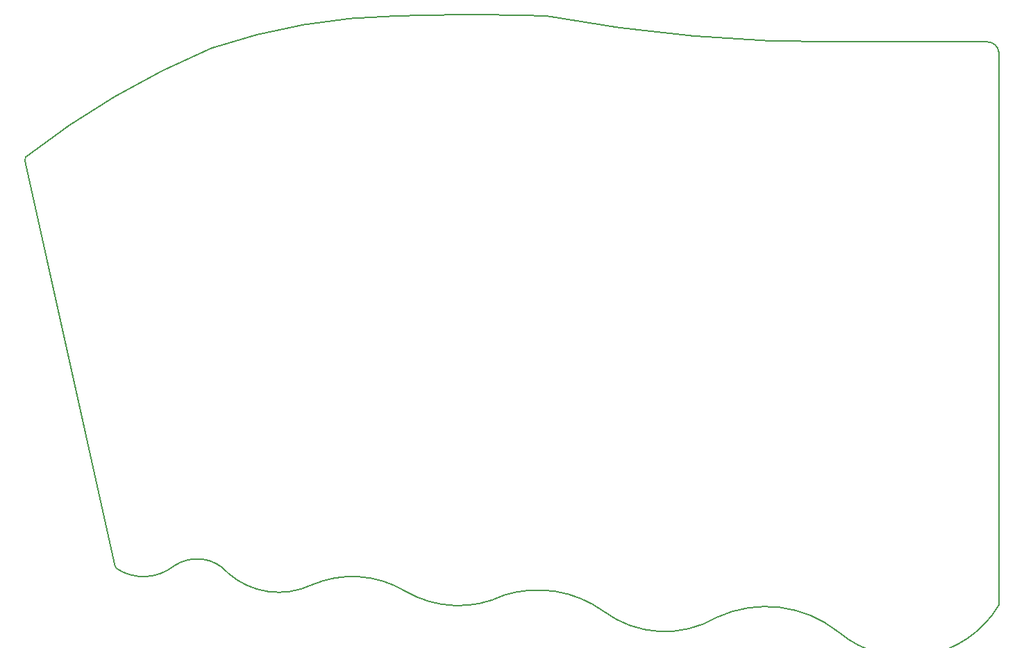
<source format=gbr>
G04 #@! TF.GenerationSoftware,KiCad,Pcbnew,6.0.0-d3dd2cf0fa~116~ubuntu20.04.1*
G04 #@! TF.CreationDate,2022-01-05T21:39:08-05:00*
G04 #@! TF.ProjectId,34,33342e6b-6963-4616-945f-706362585858,0.1*
G04 #@! TF.SameCoordinates,Original*
G04 #@! TF.FileFunction,Profile,NP*
%FSLAX46Y46*%
G04 Gerber Fmt 4.6, Leading zero omitted, Abs format (unit mm)*
G04 Created by KiCad (PCBNEW 6.0.0-d3dd2cf0fa~116~ubuntu20.04.1) date 2022-01-05 21:39:08*
%MOMM*%
%LPD*%
G01*
G04 APERTURE LIST*
G04 #@! TA.AperFunction,Profile*
%ADD10C,0.150000*%
G04 #@! TD*
G04 APERTURE END LIST*
D10*
X123950000Y-123700000D02*
G75*
G03*
X143525000Y-120425000I8386871J10009200D01*
G01*
X49525000Y-116525000D02*
G75*
G03*
X42900000Y-115650000I-3798185J-3239826D01*
G01*
X71125000Y-118725000D02*
G75*
G03*
X83200000Y-119200000I6482290J11069540D01*
G01*
X35650000Y-115450000D02*
G75*
G03*
X35900000Y-115950000I839101J107051D01*
G01*
X35650000Y-115450000D02*
X24750000Y-66200000D01*
X143525000Y-92675000D02*
X143510000Y-52933556D01*
X70231000Y-48514000D02*
G75*
G03*
X47498000Y-52451000I1237825J-74748313D01*
G01*
X143525000Y-120425000D02*
X143525000Y-92675000D01*
X143510001Y-52933556D02*
G75*
G03*
X142175000Y-51700000I-1379985J-154299D01*
G01*
X95275000Y-121150000D02*
G75*
G03*
X83200000Y-119200000I-7992245J-11129381D01*
G01*
X24825000Y-65750000D02*
G75*
G03*
X24750000Y-66200000I395512J-297169D01*
G01*
X47498000Y-52450999D02*
G75*
G03*
X24825000Y-65750000I38783589J-92097487D01*
G01*
X95275000Y-121150000D02*
G75*
G03*
X109150000Y-121900000I7497986J9993995D01*
G01*
X88265000Y-48514000D02*
G75*
G03*
X124225000Y-51700000I34699633J187119497D01*
G01*
X35900000Y-115950000D02*
G75*
G03*
X42900000Y-115650000I3294262J4950551D01*
G01*
X49525000Y-116525000D02*
G75*
G03*
X59675000Y-117975000I6177726J6994083D01*
G01*
X123950000Y-123700000D02*
G75*
G03*
X109150000Y-121900000I-8857436J-11083361D01*
G01*
X88265000Y-48514000D02*
G75*
G03*
X70231000Y-48514000I-9017000J-225334830D01*
G01*
X71125000Y-118725000D02*
G75*
G03*
X59675000Y-117975000I-6450536J-10701513D01*
G01*
X124225000Y-51700000D02*
X142175000Y-51700000D01*
M02*

</source>
